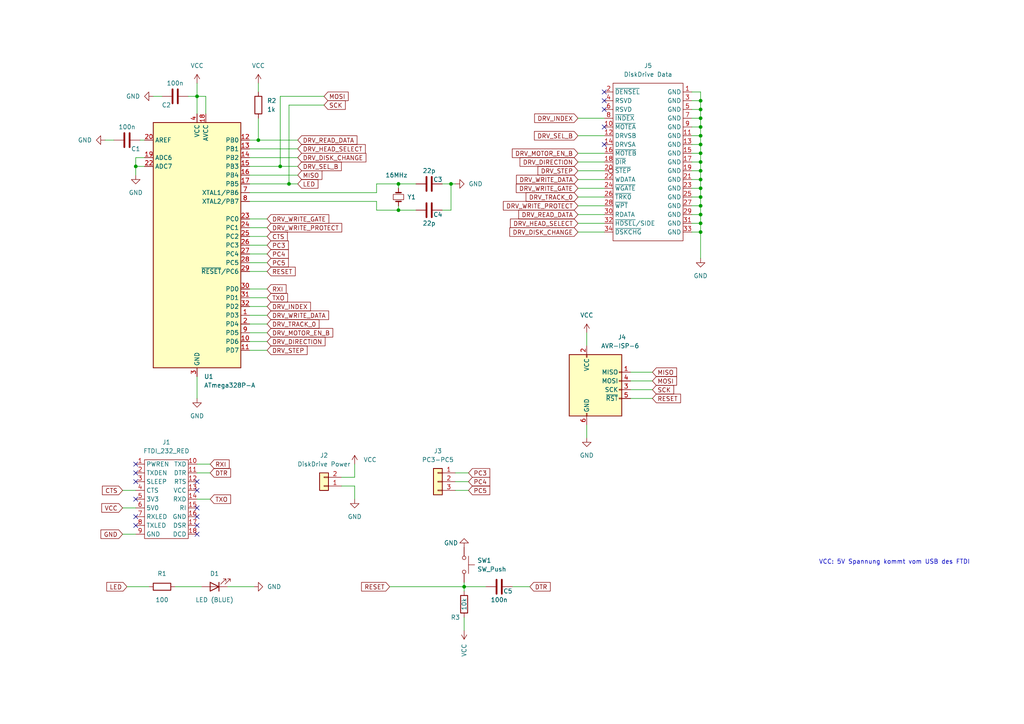
<source format=kicad_sch>
(kicad_sch (version 20211123) (generator eeschema)
  (paper "A4")
  (title_block (title "Amiga DrawBridge PCB") (date "2023-04-08") (rev "1.0") (company "Th. Kattanek") (comment 1 "AVR 328P "))
  (lib_symbols
    (symbol "Connector:AVR-ISP-6" (pin_names (offset 1.016))
      (property "Reference" "J" (at -6.35 11.43 0))
      (property "Value" "AVR-ISP-6" (at 0 11.43 0))
      (symbol "AVR-ISP-6_0_1"
        (rectangle (start -2.667 -6.858) (end -2.413 -7.62))
        (rectangle (start -2.667 10.16) (end -2.413 9.398))
        (rectangle (start 7.62 -2.413) (end 6.858 -2.667))
        (rectangle (start 7.62 0.127) (end 6.858 -0.127))
        (rectangle (start 7.62 2.667) (end 6.858 2.413))
        (rectangle (start 7.62 5.207) (end 6.858 4.953))
        (rectangle (start 7.62 10.16) (end -7.62 -7.62) (stroke (width 0.254)) (fill (type background)))
      )
      (symbol "AVR-ISP-6_1_1"
        (pin passive line (at 10.16 5.08 180) (length 2.54) (name "MISO") (number "1"))
        (pin passive line (at -2.54 12.7 270) (length 2.54) (name "VCC") (number "2"))
        (pin passive line (at 10.16 0 180) (length 2.54) (name "SCK") (number "3"))
        (pin passive line (at 10.16 2.54 180) (length 2.54) (name "MOSI") (number "4"))
        (pin passive line (at 10.16 -2.54 180) (length 2.54) (name "~{RST}") (number "5"))
        (pin passive line (at -2.54 -10.16 90) (length 2.54) (name "GND") (number "6"))
      )
    )
    (symbol "Connector_Generic:Conn_01x02" (pin_names (offset 1.016) hide)
      (property "Reference" "J" (at 0 2.54 0))
      (property "Value" "Conn_01x02" (at 0 -5.08 0))
      (symbol "Conn_01x02_1_1"
        (rectangle (start -1.27 -2.413) (end 0 -2.667) (stroke (width 0.1524)))
        (rectangle (start -1.27 0.127) (end 0 -0.127) (stroke (width 0.1524)))
        (rectangle (start -1.27 1.27) (end 1.27 -3.81) (stroke (width 0.254)) (fill (type background)))
        (pin passive line (at -5.08 0 0) (length 3.81) (name "Pin_1") (number "1"))
        (pin passive line (at -5.08 -2.54 0) (length 3.81) (name "Pin_2") (number "2"))
      )
    )
    (symbol "Connector_Generic:Conn_01x03" (pin_names (offset 1.016) hide)
      (property "Reference" "J" (at 0 5.08 0))
      (property "Value" "Conn_01x03" (at 0 -5.08 0))
      (symbol "Conn_01x03_1_1"
        (rectangle (start -1.27 -2.413) (end 0 -2.667) (stroke (width 0.1524)))
        (rectangle (start -1.27 0.127) (end 0 -0.127) (stroke (width 0.1524)))
        (rectangle (start -1.27 2.667) (end 0 2.413) (stroke (width 0.1524)))
        (rectangle (start -1.27 3.81) (end 1.27 -3.81) (stroke (width 0.254)) (fill (type background)))
        (pin passive line (at -5.08 2.54 0) (length 3.81) (name "Pin_1") (number "1"))
        (pin passive line (at -5.08 0 0) (length 3.81) (name "Pin_2") (number "2"))
        (pin passive line (at -5.08 -2.54 0) (length 3.81) (name "Pin_3") (number "3"))
      )
    )
    (symbol "Device:C" (pin_numbers hide) (pin_names (offset 0.254))
      (property "Reference" "C" (at 0.635 2.54 0))
      (property "Value" "C" (at 0.635 -2.54 0))
      (symbol "C_0_1"
        (polyline (pts (xy -2.032 -0.762) (xy 2.032 -0.762)) (stroke (width 0.508)))
        (polyline (pts (xy -2.032 0.762) (xy 2.032 0.762)) (stroke (width 0.508)))
      )
      (symbol "C_1_1"
        (pin passive line (at 0 3.81 270) (length 2.794) (name "~") (number "1"))
        (pin passive line (at 0 -3.81 90) (length 2.794) (name "~") (number "2"))
      )
    )
    (symbol "Device:Crystal_Small" (pin_numbers hide) (pin_names (offset 1.016) hide)
      (property "Reference" "Y" (at 0 2.54 0))
      (property "Value" "Crystal_Small" (at 0 -2.54 0))
      (symbol "Crystal_Small_0_1"
        (rectangle (start -0.762 -1.524) (end 0.762 1.524))
        (polyline (pts (xy -1.27 -0.762) (xy -1.27 0.762)) (stroke (width 0.381)))
        (polyline (pts (xy 1.27 -0.762) (xy 1.27 0.762)) (stroke (width 0.381)))
      )
      (symbol "Crystal_Small_1_1"
        (pin passive line (at -2.54 0 0) (length 1.27) (name "1") (number "1"))
        (pin passive line (at 2.54 0 180) (length 1.27) (name "2") (number "2"))
      )
    )
    (symbol "Device:LED" (pin_numbers hide) (pin_names (offset 1.016) hide)
      (property "Reference" "D" (at 0 2.54 0))
      (property "Value" "LED" (at 0 -2.54 0))
      (symbol "LED_0_1"
        (polyline (pts (xy -1.27 -1.27) (xy -1.27 1.27)) (stroke (width 0.254)))
        (polyline (pts (xy -1.27 0) (xy 1.27 0)))
        (polyline (pts (xy 1.27 -1.27) (xy 1.27 1.27) (xy -1.27 0) (xy 1.27 -1.27)) (stroke (width 0.254)))
        (polyline (pts (xy -3.048 -0.762) (xy -4.572 -2.286) (xy -3.81 -2.286) (xy -4.572 -2.286) (xy -4.572 -1.524)))
        (polyline (pts (xy -1.778 -0.762) (xy -3.302 -2.286) (xy -2.54 -2.286) (xy -3.302 -2.286) (xy -3.302 -1.524)))
      )
      (symbol "LED_1_1"
        (pin passive line (at -3.81 0 0) (length 2.54) (name "K") (number "1"))
        (pin passive line (at 3.81 0 180) (length 2.54) (name "A") (number "2"))
      )
    )
    (symbol "Device:R" (pin_numbers hide) (pin_names (offset 0))
      (property "Reference" "R" (at 2.032 0 90))
      (property "Value" "R" (at 0 0 90))
      (symbol "R_0_1"
        (rectangle (start -1.016 -2.54) (end 1.016 2.54) (stroke (width 0.254)))
      )
      (symbol "R_1_1"
        (pin passive line (at 0 3.81 270) (length 1.27) (name "~") (number "1"))
        (pin passive line (at 0 -3.81 90) (length 1.27) (name "~") (number "2"))
      )
    )
    (symbol "MCU_Microchip_ATmega:ATmega328P-A"
      (property "Reference" "U" (at -12.7 36.83 0))
      (property "Value" "ATmega328P-A" (at 2.54 -36.83 0))
      (symbol "ATmega328P-A_0_1"
        (rectangle (start -12.7 -35.56) (end 12.7 35.56) (stroke (width 0.254)) (fill (type background)))
      )
      (symbol "ATmega328P-A_1_1"
        (pin bidirectional line (at 15.24 -20.32 180) (length 2.54) (name "PD3") (number "1"))
        (pin bidirectional line (at 15.24 -27.94 180) (length 2.54) (name "PD6") (number "10"))
        (pin bidirectional line (at 15.24 -30.48 180) (length 2.54) (name "PD7") (number "11"))
        (pin bidirectional line (at 15.24 30.48 180) (length 2.54) (name "PB0") (number "12"))
        (pin bidirectional line (at 15.24 27.94 180) (length 2.54) (name "PB1") (number "13"))
        (pin bidirectional line (at 15.24 25.4 180) (length 2.54) (name "PB2") (number "14"))
        (pin bidirectional line (at 15.24 22.86 180) (length 2.54) (name "PB3") (number "15"))
        (pin bidirectional line (at 15.24 20.32 180) (length 2.54) (name "PB4") (number "16"))
        (pin bidirectional line (at 15.24 17.78 180) (length 2.54) (name "PB5") (number "17"))
        (pin power_in line (at 2.54 38.1 270) (length 2.54) (name "AVCC") (number "18"))
        (pin input line (at -15.24 25.4 0) (length 2.54) (name "ADC6") (number "19"))
        (pin bidirectional line (at 15.24 -22.86 180) (length 2.54) (name "PD4") (number "2"))
        (pin passive line (at -15.24 30.48 0) (length 2.54) (name "AREF") (number "20"))
        (pin passive line (at 0 -38.1 90) (length 2.54) hide (name "GND") (number "21"))
        (pin input line (at -15.24 22.86 0) (length 2.54) (name "ADC7") (number "22"))
        (pin bidirectional line (at 15.24 7.62 180) (length 2.54) (name "PC0") (number "23"))
        (pin bidirectional line (at 15.24 5.08 180) (length 2.54) (name "PC1") (number "24"))
        (pin bidirectional line (at 15.24 2.54 180) (length 2.54) (name "PC2") (number "25"))
        (pin bidirectional line (at 15.24 0 180) (length 2.54) (name "PC3") (number "26"))
        (pin bidirectional line (at 15.24 -2.54 180) (length 2.54) (name "PC4") (number "27"))
        (pin bidirectional line (at 15.24 -5.08 180) (length 2.54) (name "PC5") (number "28"))
        (pin bidirectional line (at 15.24 -7.62 180) (length 2.54) (name "~{RESET}/PC6") (number "29"))
        (pin power_in line (at 0 -38.1 90) (length 2.54) (name "GND") (number "3"))
        (pin bidirectional line (at 15.24 -12.7 180) (length 2.54) (name "PD0") (number "30"))
        (pin bidirectional line (at 15.24 -15.24 180) (length 2.54) (name "PD1") (number "31"))
        (pin bidirectional line (at 15.24 -17.78 180) (length 2.54) (name "PD2") (number "32"))
        (pin power_in line (at 0 38.1 270) (length 2.54) (name "VCC") (number "4"))
        (pin passive line (at 0 -38.1 90) (length 2.54) hide (name "GND") (number "5"))
        (pin passive line (at 0 38.1 270) (length 2.54) hide (name "VCC") (number "6"))
        (pin bidirectional line (at 15.24 15.24 180) (length 2.54) (name "XTAL1/PB6") (number "7"))
        (pin bidirectional line (at 15.24 12.7 180) (length 2.54) (name "XTAL2/PB7") (number "8"))
        (pin bidirectional line (at 15.24 -25.4 180) (length 2.54) (name "PD5") (number "9"))
      )
    )
    (symbol "Switch:SW_Push" (pin_numbers hide) (pin_names (offset 1.016) hide)
      (property "Reference" "SW" (at 1.27 2.54 0))
      (property "Value" "SW_Push" (at 0 -1.524 0))
      (symbol "SW_Push_0_1"
        (circle (center -2.032 0) (radius 0.508))
        (polyline (pts (xy 0 1.27) (xy 0 3.048)))
        (polyline (pts (xy 2.54 1.27) (xy -2.54 1.27)))
        (circle (center 2.032 0) (radius 0.508))
        (pin passive line (at -5.08 0 0) (length 2.54) (name "1") (number "1"))
        (pin passive line (at 5.08 0 180) (length 2.54) (name "2") (number "2"))
      )
    )
    (symbol "connectors_tk:FTDI_232_RED"
      (property "Reference" "J" (at 0 13.97 0))
      (property "Value" "FTDI_232_RED" (at 0 11.43 0))
      (symbol "FTDI_232_RED_0_1"
        (rectangle (start -6.35 10.16) (end 6.35 -12.7))
      )
      (symbol "FTDI_232_RED_1_1"
        (pin input line (at -8.89 8.89 0) (length 2.54) (name "PWREN") (number "1"))
        (pin input line (at 8.89 8.89 180) (length 2.54) (name "TXD") (number "10"))
        (pin input line (at 8.89 6.35 180) (length 2.54) (name "DTR") (number "11"))
        (pin input line (at 8.89 3.81 180) (length 2.54) (name "RTS") (number "12"))
        (pin input line (at 8.89 1.27 180) (length 2.54) (name "VCC") (number "13"))
        (pin input line (at 8.89 -1.27 180) (length 2.54) (name "RXD") (number "14"))
        (pin input line (at 8.89 -3.81 180) (length 2.54) (name "RI") (number "15"))
        (pin input line (at 8.89 -6.35 180) (length 2.54) (name "GND") (number "16"))
        (pin input line (at 8.89 -8.89 180) (length 2.54) (name "DSR") (number "17"))
        (pin input line (at 8.89 -11.43 180) (length 2.54) (name "DCD") (number "18"))
        (pin input line (at -8.89 6.35 0) (length 2.54) (name "TXDEN") (number "2"))
        (pin input line (at -8.89 3.81 0) (length 2.54) (name "SLEEP") (number "3"))
        (pin input line (at -8.89 1.27 0) (length 2.54) (name "CTS") (number "4"))
        (pin input line (at -8.89 -1.27 0) (length 2.54) (name "3V3") (number "5"))
        (pin input line (at -8.89 -3.81 0) (length 2.54) (name "5V0") (number "6"))
        (pin input line (at -8.89 -6.35 0) (length 2.54) (name "RXLED") (number "7"))
        (pin input line (at -8.89 -8.89 0) (length 2.54) (name "TXLED") (number "8"))
        (pin input line (at -8.89 -11.43 0) (length 2.54) (name "GND") (number "9"))
      )
    )
    (symbol "connectors_tk:FloppyDrive"
      (property "Reference" "J" (at 0 -24.13 0))
      (property "Value" "FloppyDrive" (at 0 24.13 0))
      (symbol "FloppyDrive_0_1"
        (rectangle (start -10.16 22.86) (end 10.16 -22.86))
      )
      (symbol "FloppyDrive_1_1"
        (pin input line (at 12.7 20.32 180) (length 2.54) (name "GND") (number "1"))
        (pin output line (at -12.7 10.16 0) (length 2.54) (name "~{MOTEA}") (number "10"))
        (pin input line (at 12.7 7.62 180) (length 2.54) (name "GND") (number "11"))
        (pin output line (at -12.7 7.62 0) (length 2.54) (name "DRVSB") (number "12"))
        (pin input line (at 12.7 5.08 180) (length 2.54) (name "GND") (number "13"))
        (pin output line (at -12.7 5.08 0) (length 2.54) (name "DRVSA") (number "14"))
        (pin input line (at 12.7 2.54 180) (length 2.54) (name "GND") (number "15"))
        (pin output line (at -12.7 2.54 0) (length 2.54) (name "~{MOTEB}") (number "16"))
        (pin input line (at 12.7 0 180) (length 2.54) (name "GND") (number "17"))
        (pin output line (at -12.7 0 0) (length 2.54) (name "~{DIR}") (number "18"))
        (pin input line (at 12.7 -2.54 180) (length 2.54) (name "GND") (number "19"))
        (pin output line (at -12.7 20.32 0) (length 2.54) (name "~{DENSEL}") (number "2"))
        (pin output inverted (at -12.7 -2.54 0) (length 2.54) (name "~{STEP}") (number "20"))
        (pin input line (at 12.7 -5.08 180) (length 2.54) (name "GND") (number "21"))
        (pin output line (at -12.7 -5.08 0) (length 2.54) (name "WDATA") (number "22"))
        (pin input line (at 12.7 -7.62 180) (length 2.54) (name "GND") (number "23"))
        (pin output line (at -12.7 -7.62 0) (length 2.54) (name "~{WGATE}") (number "24"))
        (pin input line (at 12.7 -10.16 180) (length 2.54) (name "GND") (number "25"))
        (pin output line (at -12.7 -10.16 0) (length 2.54) (name "~{TRK0}") (number "26"))
        (pin input line (at 12.7 -12.7 180) (length 2.54) (name "GND") (number "27"))
        (pin input line (at -12.7 -12.7 0) (length 2.54) (name "~{WPT}") (number "28"))
        (pin input line (at 12.7 -15.24 180) (length 2.54) (name "GND") (number "29"))
        (pin input line (at 12.7 17.78 180) (length 2.54) (name "GND") (number "3"))
        (pin input line (at -12.7 -15.24 0) (length 2.54) (name "RDATA") (number "30"))
        (pin input line (at 12.7 -17.78 180) (length 2.54) (name "GND") (number "31"))
        (pin input line (at -12.7 -17.78 0) (length 2.54) (name "~{HDSEL}/SIDE") (number "32"))
        (pin input line (at 12.7 -20.32 180) (length 2.54) (name "GND") (number "33"))
        (pin input line (at -12.7 -20.32 0) (length 2.54) (name "~{DSKCHG}") (number "34"))
        (pin free line (at -12.7 17.78 0) (length 2.54) (name "RSVD") (number "4"))
        (pin input line (at 12.7 15.24 180) (length 2.54) (name "GND") (number "5"))
        (pin free line (at -12.7 15.24 0) (length 2.54) (name "RSVD") (number "6"))
        (pin input line (at 12.7 12.7 180) (length 2.54) (name "GND") (number "7"))
        (pin input line (at -12.7 12.7 0) (length 2.54) (name "~{INDEX}") (number "8"))
        (pin input line (at 12.7 10.16 180) (length 2.54) (name "GND") (number "9"))
      )
    )
    (symbol "power:GND" (power) (pin_names (offset 0))
      (property "Value" "GND" (at 0 -3.81 0))
      (symbol "GND_0_1"
        (polyline (pts (xy 0 0) (xy 0 -1.27) (xy 1.27 -1.27) (xy 0 -2.54) (xy -1.27 -1.27) (xy 0 -1.27)))
      )
      (symbol "GND_1_1"
        (pin power_in line (at 0 0 270) (length 0) hide (name "GND") (number "1"))
      )
    )
    (symbol "power:VCC" (power) (pin_names (offset 0))
      (property "Value" "VCC" (at 0 3.81 0))
      (symbol "VCC_0_1"
        (polyline (pts (xy -0.762 1.27) (xy 0 2.54)))
        (polyline (pts (xy 0 0) (xy 0 2.54)))
        (polyline (pts (xy 0 2.54) (xy 0.762 1.27)))
      )
      (symbol "VCC_1_1"
        (pin power_in line (at 0 0 90) (length 0) hide (name "VCC") (number "1"))
      )
    )
  )
  (junction (at 203.2 64.77))
  (junction (at 203.2 31.75))
  (junction (at 39.37 48.26))
  (junction (at 57.15 27.94))
  (junction (at 74.93 40.64))
  (junction (at 81.28 48.26))
  (junction (at 203.2 57.15))
  (junction (at 203.2 49.53))
  (junction (at 115.57 60.96))
  (junction (at 203.2 62.23))
  (junction (at 203.2 39.37))
  (junction (at 203.2 52.07))
  (junction (at 203.2 46.99))
  (junction (at 203.2 59.69))
  (junction (at 203.2 44.45))
  (junction (at 203.2 41.91))
  (junction (at 83.82 53.34))
  (junction (at 203.2 36.83))
  (junction (at 203.2 29.21))
  (junction (at 130.81 53.34))
  (junction (at 203.2 54.61))
  (junction (at 203.2 34.29))
  (junction (at 115.57 53.34))
  (junction (at 203.2 67.31))
  (junction (at 134.62 170.18))
  (no_connect (at 175.26 36.83))
  (no_connect (at 175.26 31.75))
  (no_connect (at 39.37 137.16))
  (no_connect (at 57.15 152.4))
  (no_connect (at 57.15 139.7))
  (no_connect (at 175.26 41.91))
  (no_connect (at 39.37 144.78))
  (no_connect (at 175.26 29.21))
  (no_connect (at 39.37 149.86))
  (no_connect (at 57.15 142.24))
  (no_connect (at 39.37 152.4))
  (no_connect (at 57.15 154.94))
  (no_connect (at 39.37 139.7))
  (no_connect (at 175.26 26.67))
  (no_connect (at 57.15 147.32))
  (no_connect (at 39.37 134.62))
  (no_connect (at 57.15 149.86))
  (wire (pts (xy 167.64 64.77) (xy 175.26 64.77)))
  (wire (pts (xy 200.66 57.15) (xy 203.2 57.15)))
  (wire (pts (xy 134.62 168.91) (xy 134.62 170.18)))
  (wire (pts (xy 72.39 43.18) (xy 86.36 43.18)))
  (wire (pts (xy 200.66 39.37) (xy 203.2 39.37)))
  (wire (pts (xy 72.39 76.2) (xy 77.47 76.2)))
  (wire (pts (xy 72.39 86.36) (xy 77.47 86.36)))
  (wire (pts (xy 72.39 101.6) (xy 77.47 101.6)))
  (wire (pts (xy 203.2 62.23) (xy 203.2 64.77)))
  (wire (pts (xy 59.69 27.94) (xy 59.69 33.02)))
  (wire (pts (xy 54.61 27.94) (xy 57.15 27.94)))
  (wire (pts (xy 35.56 154.94) (xy 39.37 154.94)))
  (wire (pts (xy 102.87 140.97) (xy 102.87 144.78)))
  (wire (pts (xy 148.59 170.18) (xy 153.67 170.18)))
  (wire (pts (xy 200.66 49.53) (xy 203.2 49.53)))
  (wire (pts (xy 115.57 53.34) (xy 115.57 54.61)))
  (wire (pts (xy 115.57 59.69) (xy 115.57 60.96)))
  (wire (pts (xy 200.66 26.67) (xy 203.2 26.67)))
  (wire (pts (xy 72.39 71.12) (xy 77.47 71.12)))
  (wire (pts (xy 200.66 44.45) (xy 203.2 44.45)))
  (wire (pts (xy 39.37 48.26) (xy 39.37 50.8)))
  (wire (pts (xy 74.93 24.13) (xy 74.93 26.67)))
  (wire (pts (xy 83.82 53.34) (xy 86.36 53.34)))
  (wire (pts (xy 170.18 96.52) (xy 170.18 100.33)))
  (wire (pts (xy 203.2 26.67) (xy 203.2 29.21)))
  (wire (pts (xy 72.39 66.04) (xy 77.47 66.04)))
  (wire (pts (xy 57.15 24.13) (xy 57.15 27.94)))
  (wire (pts (xy 167.64 46.99) (xy 175.26 46.99)))
  (wire (pts (xy 200.66 67.31) (xy 203.2 67.31)))
  (wire (pts (xy 99.06 138.43) (xy 102.87 138.43)))
  (wire (pts (xy 200.66 36.83) (xy 203.2 36.83)))
  (wire (pts (xy 72.39 50.8) (xy 86.36 50.8)))
  (wire (pts (xy 182.88 110.49) (xy 189.23 110.49)))
  (wire (pts (xy 40.64 40.64) (xy 41.91 40.64)))
  (wire (pts (xy 72.39 63.5) (xy 77.47 63.5)))
  (wire (pts (xy 57.15 134.62) (xy 60.96 134.62)))
  (wire (pts (xy 72.39 99.06) (xy 77.47 99.06)))
  (wire (pts (xy 57.15 144.78) (xy 60.96 144.78)))
  (wire (pts (xy 57.15 137.16) (xy 60.96 137.16)))
  (wire (pts (xy 46.99 27.94) (xy 44.45 27.94)))
  (wire (pts (xy 203.2 52.07) (xy 203.2 54.61)))
  (wire (pts (xy 203.2 44.45) (xy 203.2 46.99)))
  (wire (pts (xy 72.39 91.44) (xy 77.47 91.44)))
  (wire (pts (xy 200.66 62.23) (xy 203.2 62.23)))
  (wire (pts (xy 203.2 29.21) (xy 203.2 31.75)))
  (wire (pts (xy 200.66 41.91) (xy 203.2 41.91)))
  (wire (pts (xy 81.28 27.94) (xy 81.28 48.26)))
  (wire (pts (xy 170.18 123.19) (xy 170.18 127)))
  (wire (pts (xy 200.66 31.75) (xy 203.2 31.75)))
  (wire (pts (xy 130.81 53.34) (xy 130.81 60.96)))
  (wire (pts (xy 200.66 64.77) (xy 203.2 64.77)))
  (wire (pts (xy 72.39 53.34) (xy 83.82 53.34)))
  (wire (pts (xy 109.22 53.34) (xy 109.22 55.88)))
  (wire (pts (xy 167.64 57.15) (xy 175.26 57.15)))
  (wire (pts (xy 134.62 179.07) (xy 134.62 182.88)))
  (wire (pts (xy 132.08 137.16) (xy 135.89 137.16)))
  (wire (pts (xy 167.64 49.53) (xy 175.26 49.53)))
  (wire (pts (xy 83.82 30.48) (xy 83.82 53.34)))
  (wire (pts (xy 203.2 57.15) (xy 203.2 59.69)))
  (wire (pts (xy 200.66 59.69) (xy 203.2 59.69)))
  (wire (pts (xy 35.56 147.32) (xy 39.37 147.32)))
  (wire (pts (xy 81.28 48.26) (xy 86.36 48.26)))
  (wire (pts (xy 72.39 78.74) (xy 77.47 78.74)))
  (wire (pts (xy 102.87 138.43) (xy 102.87 134.62)))
  (wire (pts (xy 39.37 48.26) (xy 41.91 48.26)))
  (wire (pts (xy 203.2 34.29) (xy 203.2 36.83)))
  (wire (pts (xy 167.64 34.29) (xy 175.26 34.29)))
  (wire (pts (xy 72.39 40.64) (xy 74.93 40.64)))
  (wire (pts (xy 72.39 73.66) (xy 77.47 73.66)))
  (wire (pts (xy 113.03 170.18) (xy 134.62 170.18)))
  (wire (pts (xy 203.2 49.53) (xy 203.2 52.07)))
  (wire (pts (xy 35.56 142.24) (xy 39.37 142.24)))
  (wire (pts (xy 109.22 60.96) (xy 115.57 60.96)))
  (wire (pts (xy 167.64 39.37) (xy 175.26 39.37)))
  (wire (pts (xy 167.64 62.23) (xy 175.26 62.23)))
  (wire (pts (xy 50.8 170.18) (xy 58.42 170.18)))
  (wire (pts (xy 203.2 59.69) (xy 203.2 62.23)))
  (wire (pts (xy 99.06 140.97) (xy 102.87 140.97)))
  (wire (pts (xy 57.15 109.22) (xy 57.15 115.57)))
  (wire (pts (xy 132.08 142.24) (xy 135.89 142.24)))
  (wire (pts (xy 200.66 46.99) (xy 203.2 46.99)))
  (wire (pts (xy 167.64 67.31) (xy 175.26 67.31)))
  (wire (pts (xy 203.2 46.99) (xy 203.2 49.53)))
  (wire (pts (xy 200.66 54.61) (xy 203.2 54.61)))
  (wire (pts (xy 203.2 41.91) (xy 203.2 44.45)))
  (wire (pts (xy 72.39 93.98) (xy 77.47 93.98)))
  (wire (pts (xy 203.2 67.31) (xy 203.2 74.93)))
  (wire (pts (xy 203.2 31.75) (xy 203.2 34.29)))
  (wire (pts (xy 57.15 27.94) (xy 57.15 33.02)))
  (wire (pts (xy 93.98 30.48) (xy 83.82 30.48)))
  (wire (pts (xy 200.66 52.07) (xy 203.2 52.07)))
  (wire (pts (xy 128.27 53.34) (xy 130.81 53.34)))
  (wire (pts (xy 115.57 60.96) (xy 120.65 60.96)))
  (wire (pts (xy 200.66 34.29) (xy 203.2 34.29)))
  (wire (pts (xy 203.2 54.61) (xy 203.2 57.15)))
  (wire (pts (xy 182.88 115.57) (xy 189.23 115.57)))
  (wire (pts (xy 109.22 53.34) (xy 115.57 53.34)))
  (wire (pts (xy 167.64 54.61) (xy 175.26 54.61)))
  (wire (pts (xy 109.22 58.42) (xy 109.22 60.96)))
  (wire (pts (xy 203.2 39.37) (xy 203.2 41.91)))
  (wire (pts (xy 72.39 55.88) (xy 109.22 55.88)))
  (wire (pts (xy 134.62 170.18) (xy 134.62 171.45)))
  (wire (pts (xy 132.08 139.7) (xy 135.89 139.7)))
  (wire (pts (xy 72.39 68.58) (xy 77.47 68.58)))
  (wire (pts (xy 182.88 107.95) (xy 189.23 107.95)))
  (wire (pts (xy 203.2 36.83) (xy 203.2 39.37)))
  (wire (pts (xy 115.57 53.34) (xy 120.65 53.34)))
  (wire (pts (xy 39.37 45.72) (xy 39.37 48.26)))
  (wire (pts (xy 74.93 40.64) (xy 86.36 40.64)))
  (wire (pts (xy 36.83 170.18) (xy 43.18 170.18)))
  (wire (pts (xy 72.39 96.52) (xy 77.47 96.52)))
  (wire (pts (xy 72.39 48.26) (xy 81.28 48.26)))
  (wire (pts (xy 72.39 83.82) (xy 77.47 83.82)))
  (wire (pts (xy 72.39 88.9) (xy 77.47 88.9)))
  (wire (pts (xy 41.91 45.72) (xy 39.37 45.72)))
  (wire (pts (xy 167.64 44.45) (xy 175.26 44.45)))
  (wire (pts (xy 203.2 64.77) (xy 203.2 67.31)))
  (wire (pts (xy 134.62 170.18) (xy 140.97 170.18)))
  (wire (pts (xy 130.81 53.34) (xy 132.08 53.34)))
  (wire (pts (xy 167.64 59.69) (xy 175.26 59.69)))
  (wire (pts (xy 93.98 27.94) (xy 81.28 27.94)))
  (wire (pts (xy 30.48 40.64) (xy 33.02 40.64)))
  (wire (pts (xy 57.15 27.94) (xy 59.69 27.94)))
  (wire (pts (xy 72.39 45.72) (xy 86.36 45.72)))
  (wire (pts (xy 74.93 34.29) (xy 74.93 40.64)))
  (wire (pts (xy 182.88 113.03) (xy 189.23 113.03)))
  (wire (pts (xy 167.64 52.07) (xy 175.26 52.07)))
  (wire (pts (xy 66.04 170.18) (xy 73.66 170.18)))
  (wire (pts (xy 72.39 58.42) (xy 109.22 58.42)))
  (wire (pts (xy 200.66 29.21) (xy 203.2 29.21)))
  (wire (pts (xy 128.27 60.96) (xy 130.81 60.96)))
  (text "VCC: 5V Spannung kommt vom USB des FTDI" (at 237.49 163.83 0) (effects (font (size 1.27 1.27)) (justify left bottom)))
  (global_label "LED" (shape input) (at 36.83 170.18 180) (property "Referenzen zwischen Schaltplänen" "${INTERSHEET_REFS}" (effects hide)))
  (global_label "DRV_WRITE_DATA" (shape input) (at 167.64 52.07 180) (property "Referenzen zwischen Schaltplänen" "${INTERSHEET_REFS}" (effects hide)))
  (global_label "DRV_SEL_B" (shape input) (at 167.64 39.37 180) (property "Referenzen zwischen Schaltplänen" "${INTERSHEET_REFS}" (effects hide)))
  (global_label "DRV_WRITE_GATE" (shape input) (at 167.64 54.61 180) (property "Referenzen zwischen Schaltplänen" "${INTERSHEET_REFS}" (effects hide)))
  (global_label "PC4" (shape input) (at 77.47 73.66 0) (property "Referenzen zwischen Schaltplänen" "${INTERSHEET_REFS}" (effects hide)))
  (global_label "DRV_MOTOR_EN_B" (shape input) (at 167.64 44.45 180) (property "Referenzen zwischen Schaltplänen" "${INTERSHEET_REFS}" (effects hide)))
  (global_label "DRV_INDEX" (shape input) (at 77.47 88.9 0) (property "Referenzen zwischen Schaltplänen" "${INTERSHEET_REFS}" (effects hide)))
  (global_label "TXO" (shape input) (at 60.96 144.78 0) (property "Referenzen zwischen Schaltplänen" "${INTERSHEET_REFS}" (effects hide)))
  (global_label "DRV_READ_DATA" (shape input) (at 167.64 62.23 180) (property "Referenzen zwischen Schaltplänen" "${INTERSHEET_REFS}" (effects hide)))
  (global_label "DRV_TRACK_0" (shape input) (at 77.47 93.98 0) (property "Referenzen zwischen Schaltplänen" "${INTERSHEET_REFS}" (effects hide)))
  (global_label "DRV_HEAD_SELECT" (shape input) (at 86.36 43.18 0) (property "Referenzen zwischen Schaltplänen" "${INTERSHEET_REFS}" (effects hide)))
  (global_label "RXI" (shape input) (at 60.96 134.62 0) (property "Referenzen zwischen Schaltplänen" "${INTERSHEET_REFS}" (effects hide)))
  (global_label "PC5" (shape input) (at 77.47 76.2 0) (property "Referenzen zwischen Schaltplänen" "${INTERSHEET_REFS}" (effects hide)))
  (global_label "DTR" (shape input) (at 60.96 137.16 0) (property "Referenzen zwischen Schaltplänen" "${INTERSHEET_REFS}" (effects hide)))
  (global_label "DRV_DISK_CHANGE" (shape input) (at 167.64 67.31 180) (property "Referenzen zwischen Schaltplänen" "${INTERSHEET_REFS}" (effects hide)))
  (global_label "RESET" (shape input) (at 189.23 115.57 0) (property "Referenzen zwischen Schaltplänen" "${INTERSHEET_REFS}" (effects hide)))
  (global_label "DRV_WRITE_GATE" (shape input) (at 77.47 63.5 0) (property "Referenzen zwischen Schaltplänen" "${INTERSHEET_REFS}" (effects hide)))
  (global_label "RESET" (shape input) (at 113.03 170.18 180) (property "Referenzen zwischen Schaltplänen" "${INTERSHEET_REFS}" (effects hide)))
  (global_label "DRV_TRACK_0" (shape input) (at 167.64 57.15 180) (property "Referenzen zwischen Schaltplänen" "${INTERSHEET_REFS}" (effects hide)))
  (global_label "DRV_WRITE_PROTECT" (shape input) (at 167.64 59.69 180) (property "Referenzen zwischen Schaltplänen" "${INTERSHEET_REFS}" (effects hide)))
  (global_label "DRV_SEL_B" (shape input) (at 86.36 48.26 0) (property "Referenzen zwischen Schaltplänen" "${INTERSHEET_REFS}" (effects hide)))
  (global_label "DRV_DIRECTION" (shape input) (at 77.47 99.06 0) (property "Referenzen zwischen Schaltplänen" "${INTERSHEET_REFS}" (effects hide)))
  (global_label "PC3" (shape input) (at 135.89 137.16 0) (property "Referenzen zwischen Schaltplänen" "${INTERSHEET_REFS}" (effects hide)))
  (global_label "DRV_STEP" (shape input) (at 167.64 49.53 180) (property "Referenzen zwischen Schaltplänen" "${INTERSHEET_REFS}" (effects hide)))
  (global_label "LED" (shape input) (at 86.36 53.34 0) (property "Referenzen zwischen Schaltplänen" "${INTERSHEET_REFS}" (effects hide)))
  (global_label "DRV_WRITE_DATA" (shape input) (at 77.47 91.44 0) (property "Referenzen zwischen Schaltplänen" "${INTERSHEET_REFS}" (effects hide)))
  (global_label "MOSI" (shape input) (at 93.98 27.94 0) (property "Referenzen zwischen Schaltplänen" "${INTERSHEET_REFS}" (effects hide)))
  (global_label "RXI" (shape input) (at 77.47 83.82 0) (property "Referenzen zwischen Schaltplänen" "${INTERSHEET_REFS}" (effects hide)))
  (global_label "DRV_DIRECTION" (shape input) (at 167.64 46.99 180) (property "Referenzen zwischen Schaltplänen" "${INTERSHEET_REFS}" (effects hide)))
  (global_label "CTS" (shape input) (at 35.56 142.24 180) (property "Referenzen zwischen Schaltplänen" "${INTERSHEET_REFS}" (effects hide)))
  (global_label "DRV_MOTOR_EN_B" (shape input) (at 77.47 96.52 0) (property "Referenzen zwischen Schaltplänen" "${INTERSHEET_REFS}" (effects hide)))
  (global_label "DRV_INDEX" (shape input) (at 167.64 34.29 180) (property "Referenzen zwischen Schaltplänen" "${INTERSHEET_REFS}" (effects hide)))
  (global_label "VCC" (shape input) (at 35.56 147.32 180) (property "Referenzen zwischen Schaltplänen" "${INTERSHEET_REFS}" (effects hide)))
  (global_label "DRV_STEP" (shape input) (at 77.47 101.6 0) (property "Referenzen zwischen Schaltplänen" "${INTERSHEET_REFS}" (effects hide)))
  (global_label "PC4" (shape input) (at 135.89 139.7 0) (property "Referenzen zwischen Schaltplänen" "${INTERSHEET_REFS}" (effects hide)))
  (global_label "PC3" (shape input) (at 77.47 71.12 0) (property "Referenzen zwischen Schaltplänen" "${INTERSHEET_REFS}" (effects hide)))
  (global_label "PC5" (shape input) (at 135.89 142.24 0) (property "Referenzen zwischen Schaltplänen" "${INTERSHEET_REFS}" (effects hide)))
  (global_label "MOSI" (shape input) (at 189.23 110.49 0) (property "Referenzen zwischen Schaltplänen" "${INTERSHEET_REFS}" (effects hide)))
  (global_label "SCK" (shape input) (at 93.98 30.48 0) (property "Referenzen zwischen Schaltplänen" "${INTERSHEET_REFS}" (effects hide)))
  (global_label "MISO" (shape input) (at 86.36 50.8 0) (property "Referenzen zwischen Schaltplänen" "${INTERSHEET_REFS}" (effects hide)))
  (global_label "DRV_DISK_CHANGE" (shape input) (at 86.36 45.72 0) (property "Referenzen zwischen Schaltplänen" "${INTERSHEET_REFS}" (effects hide)))
  (global_label "CTS" (shape input) (at 77.47 68.58 0) (property "Referenzen zwischen Schaltplänen" "${INTERSHEET_REFS}" (effects hide)))
  (global_label "SCK" (shape input) (at 189.23 113.03 0) (property "Referenzen zwischen Schaltplänen" "${INTERSHEET_REFS}" (effects hide)))
  (global_label "DRV_HEAD_SELECT" (shape input) (at 167.64 64.77 180) (property "Referenzen zwischen Schaltplänen" "${INTERSHEET_REFS}" (effects hide)))
  (global_label "GND" (shape input) (at 35.56 154.94 180) (property "Referenzen zwischen Schaltplänen" "${INTERSHEET_REFS}" (effects hide)))
  (global_label "DRV_WRITE_PROTECT" (shape input) (at 77.47 66.04 0) (property "Referenzen zwischen Schaltplänen" "${INTERSHEET_REFS}" (effects hide)))
  (global_label "MISO" (shape input) (at 189.23 107.95 0) (property "Referenzen zwischen Schaltplänen" "${INTERSHEET_REFS}" (effects hide)))
  (global_label "TXO" (shape input) (at 77.47 86.36 0) (property "Referenzen zwischen Schaltplänen" "${INTERSHEET_REFS}" (effects hide)))
  (global_label "DTR" (shape input) (at 153.67 170.18 0) (property "Referenzen zwischen Schaltplänen" "${INTERSHEET_REFS}" (effects hide)))
  (global_label "RESET" (shape input) (at 77.47 78.74 0) (property "Referenzen zwischen Schaltplänen" "${INTERSHEET_REFS}" (effects hide)))
  (global_label "DRV_READ_DATA" (shape input) (at 86.36 40.64 0) (property "Referenzen zwischen Schaltplänen" "${INTERSHEET_REFS}" (effects hide)))
  (symbol (lib_id "power:GND") (at 30.48 40.64 270) (unit 1)
    (property "Reference" "#PWR01" (effects hide))
    (property "Value" "GND" (at 26.67 40.6399 90) (effects (justify right)))
  )
  (symbol (lib_id "power:GND") (at 73.66 170.18 90) (unit 1)
    (property "Reference" "#PWR06" (effects hide))
    (property "Value" "GND" (at 77.47 170.1799 90) (effects (justify right)))
  )
  (symbol (lib_id "Device:C") (at 124.46 53.34 90) (unit 1)
    (property "Reference" "C3" (at 127 52.07 90))
    (property "Value" "22p" (at 124.46 49.53 90))
    (property "Footprint" "Capacitor_SMD:C_0805_2012Metric_Pad1.18x1.45mm_HandSolder" (effects hide))
  )
  (symbol (lib_id "power:GND") (at 134.62 158.75 180) (unit 1)
    (property "Reference" "#PWR011" (effects hide))
    (property "Value" "GND" (at 130.81 157.48 0))
  )
  (symbol (lib_id "connectors_tk:FloppyDrive") (at 187.96 46.99 0) (unit 1)
    (property "Reference" "J5" (at 187.96 19.05 0))
    (property "Value" "DiskDrive Data" (at 187.96 21.59 0))
    (property "Footprint" "Connector_PinHeader_2.54mm:PinHeader_2x17_P2.54mm_Vertical" (effects hide))
  )
  (symbol (lib_id "power:GND") (at 170.18 127 0) (unit 1)
    (property "Reference" "#PWR014" (effects hide))
    (property "Value" "GND" (at 170.18 132.08 0))
  )
  (symbol (lib_id "power:VCC") (at 74.93 24.13 0) (unit 1)
    (property "Reference" "#PWR07" (effects hide))
    (property "Value" "VCC" (at 74.93 19.05 0))
  )
  (symbol (lib_id "Device:C") (at 124.46 60.96 90) (unit 1)
    (property "Reference" "C4" (at 127 62.23 90))
    (property "Value" "22p" (at 124.46 64.77 90))
    (property "Footprint" "Capacitor_SMD:C_0805_2012Metric_Pad1.18x1.45mm_HandSolder" (effects hide))
  )
  (symbol (lib_id "connectors_tk:FTDI_232_RED") (at 48.26 143.51 0) (unit 1)
    (property "Reference" "J1" (at 48.26 128.27 0))
    (property "Value" "FTDI_232_RED" (at 48.26 130.81 0))
    (property "Footprint" "connector_tk:ftdi_232_red" (effects hide))
  )
  (symbol (lib_id "power:GND") (at 57.15 115.57 0) (unit 1)
    (property "Reference" "#PWR05" (effects hide))
    (property "Value" "GND" (at 57.15 120.65 0))
  )
  (symbol (lib_id "Device:LED") (at 62.23 170.18 180) (unit 1)
    (property "Reference" "D1" (at 62.23 166.37 0))
    (property "Value" "LED (BLUE)" (at 62.23 173.99 0))
    (property "Footprint" "LED_THT:LED_D3.0mm" (effects hide))
  )
  (symbol (lib_id "Switch:SW_Push") (at 134.62 163.83 270) (unit 1)
    (property "Reference" "SW1" (at 138.43 162.5599 90) (effects (justify left)))
    (property "Value" "SW_Push" (at 138.43 165.0999 90) (effects (justify left)))
    (property "Footprint" "button_switch_tk:SW_KMR231G" (effects hide))
  )
  (symbol (lib_id "power:VCC") (at 134.62 182.88 180) (unit 1)
    (property "Reference" "#PWR012" (effects hide))
    (property "Value" "VCC" (at 134.6201 186.69 90) (effects (justify left)))
  )
  (symbol (lib_id "Device:R") (at 74.93 30.48 0) (unit 1)
    (property "Reference" "R2" (at 77.47 29.2099 0) (effects (justify left)))
    (property "Value" "1k" (at 77.47 31.7499 0) (effects (justify left)))
    (property "Footprint" "Resistor_SMD:R_0805_2012Metric_Pad1.20x1.40mm_HandSolder" (effects hide))
  )
  (symbol (lib_id "Device:C") (at 144.78 170.18 90) (unit 1)
    (property "Reference" "C5" (at 147.32 171.45 90))
    (property "Value" "100n" (at 144.78 173.99 90))
    (property "Footprint" "Capacitor_SMD:C_0805_2012Metric_Pad1.18x1.45mm_HandSolder" (effects hide))
  )
  (symbol (lib_id "power:VCC") (at 57.15 24.13 0) (unit 1)
    (property "Reference" "#PWR04" (effects hide))
    (property "Value" "VCC" (at 57.15 19.05 0))
  )
  (symbol (lib_id "power:GND") (at 39.37 50.8 0) (unit 1)
    (property "Reference" "#PWR02" (effects hide))
    (property "Value" "GND" (at 39.37 55.88 0))
  )
  (symbol (lib_id "power:GND") (at 132.08 53.34 90) (unit 1)
    (property "Reference" "#PWR010" (effects hide))
    (property "Value" "GND" (at 135.89 53.3399 90) (effects (justify right)))
  )
  (symbol (lib_id "power:VCC") (at 102.87 134.62 0) (unit 1)
    (property "Reference" "#PWR08" (effects hide))
    (property "Value" "VCC" (at 105.41 133.3499 0) (effects (justify left)))
  )
  (symbol (lib_id "Connector:AVR-ISP-6") (at 172.72 113.03 0) (unit 1)
    (property "Reference" "J4" (at 181.61 97.79 0) (effects (justify right)))
    (property "Value" "AVR-ISP-6" (at 185.42 100.33 0) (effects (justify right)))
    (property "Footprint" "Connector_IDC:IDC-Header_2x03_P2.54mm_Vertical" (effects hide))
    (property "Datasheet" " ~" (effects hide))
  )
  (symbol (lib_id "power:GND") (at 44.45 27.94 270) (mirror x) (unit 1)
    (property "Reference" "#PWR03" (effects hide))
    (property "Value" "GND" (at 40.64 27.9399 90) (effects (justify right)))
  )
  (symbol (lib_id "Device:R") (at 46.99 170.18 90) (unit 1)
    (property "Reference" "R1" (at 46.99 166.37 90))
    (property "Value" "100" (at 46.99 173.99 90))
    (property "Footprint" "Resistor_SMD:R_0805_2012Metric_Pad1.20x1.40mm_HandSolder" (effects hide))
  )
  (symbol (lib_id "Device:C") (at 50.8 27.94 270) (mirror x) (unit 1)
    (property "Reference" "C2" (at 48.26 30.48 90))
    (property "Value" "100n" (at 50.8 24.13 90))
    (property "Footprint" "Capacitor_SMD:C_0805_2012Metric_Pad1.18x1.45mm_HandSolder" (effects hide))
  )
  (symbol (lib_id "Device:Crystal_Small") (at 115.57 57.15 90) (unit 1)
    (property "Reference" "Y1" (at 118.11 57.15 90) (effects (justify right)))
    (property "Value" "16MHz" (at 111.76 50.8 90) (effects (justify right)))
    (property "Footprint" "Crystal:Crystal_SMD_HC49-SD_HandSoldering" (effects hide))
  )
  (symbol (lib_id "Device:C") (at 36.83 40.64 90) (unit 1)
    (property "Reference" "C1" (at 39.37 43.18 90))
    (property "Value" "100n" (at 36.83 36.83 90))
    (property "Footprint" "Capacitor_SMD:C_0805_2012Metric_Pad1.18x1.45mm_HandSolder" (effects hide))
  )
  (symbol (lib_id "power:VCC") (at 170.18 96.52 0) (unit 1)
    (property "Reference" "#PWR013" (effects hide))
    (property "Value" "VCC" (at 170.18 91.44 0))
  )
  (symbol (lib_id "power:GND") (at 203.2 74.93 0) (unit 1)
    (property "Reference" "#PWR015" (effects hide))
    (property "Value" "GND" (at 203.2 80.01 0))
  )
  (symbol (lib_id "Connector_Generic:Conn_01x03") (at 127 139.7 0) (mirror y) (unit 1)
    (property "Reference" "J3" (at 127 130.81 0))
    (property "Value" "PC3-PC5" (at 127 133.35 0))
    (property "Footprint" "Connector_PinHeader_2.54mm:PinHeader_1x03_P2.54mm_Vertical" (effects hide))
  )
  (symbol (lib_id "Device:R") (at 134.62 175.26 0) (unit 1)
    (property "Reference" "R3" (at 132.08 179.07 0))
    (property "Value" "10k" (at 134.62 175.26 90))
    (property "Footprint" "Resistor_SMD:R_0805_2012Metric_Pad1.20x1.40mm_HandSolder" (effects hide))
  )
  (symbol (lib_id "MCU_Microchip_ATmega:ATmega328P-A") (at 57.15 71.12 0) (unit 1)
    (property "Reference" "U1" (at 59.1694 109.22 0) (effects (justify left)))
    (property "Value" "ATmega328P-A" (at 59.1694 111.76 0) (effects (justify left)))
    (property "Footprint" "Package_QFP:TQFP-32_7x7mm_P0.8mm" (effects hide))
    (property "Datasheet" "http://ww1.microchip.com/downloads/en/DeviceDoc/ATmega328_P%20AVR%20MCU%20with%20picoPower%20Technology%20Data%20Sheet%2040001984A.pdf" (effects hide))
  )
  (symbol (lib_id "power:GND") (at 102.87 144.78 0) (unit 1)
    (property "Reference" "#PWR09" (effects hide))
    (property "Value" "GND" (at 102.87 149.86 0))
  )
  (symbol (lib_id "Connector_Generic:Conn_01x02") (at 93.98 140.97 180) (unit 1)
    (property "Reference" "J2" (at 93.98 132.08 0))
    (property "Value" "DiskDrive Power" (at 93.98 134.62 0))
    (property "Footprint" "Connector_Molex:Molex_KK-254_AE-6410-02A_1x02_P2.54mm_Vertical" (effects hide))
  )
)
</source>
